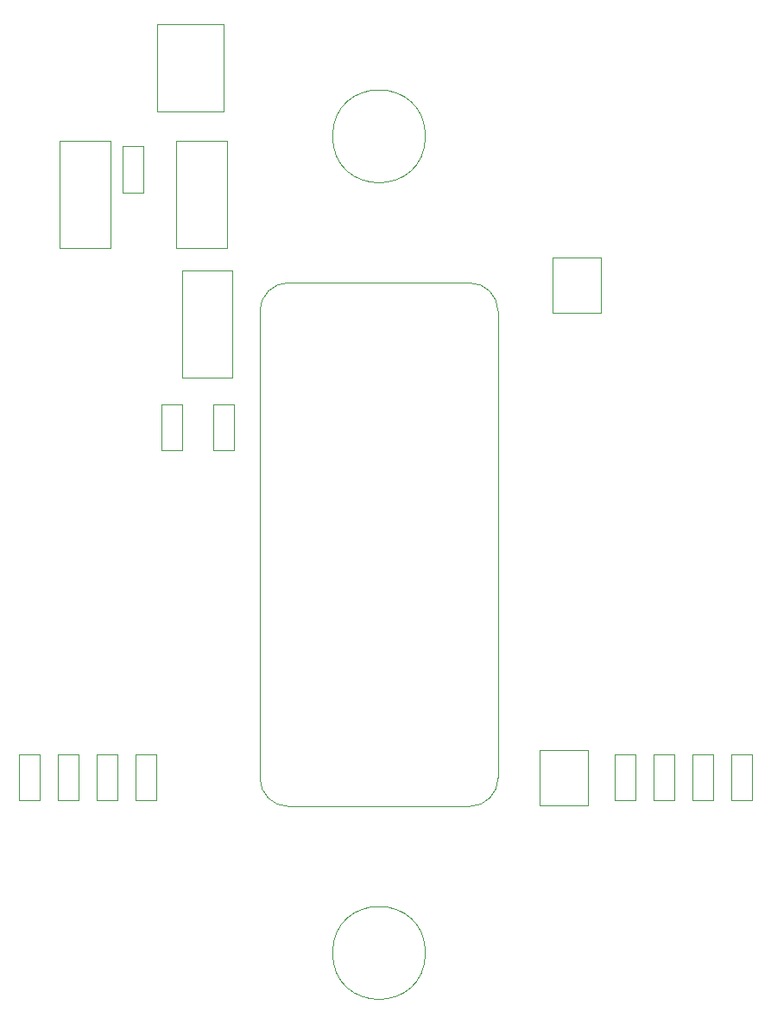
<source format=gbr>
%TF.GenerationSoftware,KiCad,Pcbnew,7.0.5*%
%TF.CreationDate,2023-06-12T13:55:42-04:00*%
%TF.ProjectId,Untitled,556e7469-746c-4656-942e-6b696361645f,rev?*%
%TF.SameCoordinates,Original*%
%TF.FileFunction,Other,User*%
%FSLAX46Y46*%
G04 Gerber Fmt 4.6, Leading zero omitted, Abs format (unit mm)*
G04 Created by KiCad (PCBNEW 7.0.5) date 2023-06-12 13:55:42*
%MOMM*%
%LPD*%
G01*
G04 APERTURE LIST*
%ADD10C,0.050000*%
G04 APERTURE END LIST*
D10*
%TO.C,R11*%
X62450000Y-68360000D02*
X64550000Y-68360000D01*
X64550000Y-68360000D02*
X64550000Y-63820000D01*
X62450000Y-63820000D02*
X62450000Y-68360000D01*
X64550000Y-63820000D02*
X62450000Y-63820000D01*
%TO.C,R13*%
X71340000Y-93650000D02*
X73440000Y-93650000D01*
X73440000Y-93650000D02*
X73440000Y-89110000D01*
X71340000Y-89110000D02*
X71340000Y-93650000D01*
X73440000Y-89110000D02*
X71340000Y-89110000D01*
%TO.C,R6*%
X120430000Y-123410000D02*
X118330000Y-123410000D01*
X118330000Y-123410000D02*
X118330000Y-127950000D01*
X120430000Y-127950000D02*
X120430000Y-123410000D01*
X118330000Y-127950000D02*
X120430000Y-127950000D01*
%TO.C,H2*%
X92180000Y-142875000D02*
G75*
G03*
X92180000Y-142875000I-4550000J0D01*
G01*
%TO.C,U7*%
X108140000Y-123000000D02*
X103400000Y-123000000D01*
X108140000Y-123000000D02*
X108140000Y-128460000D01*
X103400000Y-128460000D02*
X103400000Y-123000000D01*
X103400000Y-128460000D02*
X108140000Y-128460000D01*
%TO.C,U6*%
X73250000Y-76030000D02*
X68340000Y-76030000D01*
X68340000Y-76030000D02*
X68340000Y-86530000D01*
X73250000Y-86530000D02*
X73250000Y-76030000D01*
X68340000Y-86530000D02*
X73250000Y-86530000D01*
%TO.C,R5*%
X124240000Y-123410000D02*
X122140000Y-123410000D01*
X122140000Y-123410000D02*
X122140000Y-127950000D01*
X124240000Y-127950000D02*
X124240000Y-123410000D01*
X122140000Y-127950000D02*
X124240000Y-127950000D01*
%TO.C,R2*%
X62010000Y-123410000D02*
X59910000Y-123410000D01*
X59910000Y-123410000D02*
X59910000Y-127950000D01*
X62010000Y-127950000D02*
X62010000Y-123410000D01*
X59910000Y-127950000D02*
X62010000Y-127950000D01*
%TO.C,R3*%
X58200000Y-123410000D02*
X56100000Y-123410000D01*
X56100000Y-123410000D02*
X56100000Y-127950000D01*
X58200000Y-127950000D02*
X58200000Y-123410000D01*
X56100000Y-127950000D02*
X58200000Y-127950000D01*
%TO.C,Q1*%
X61320000Y-63330000D02*
X56320000Y-63330000D01*
X56320000Y-63330000D02*
X56320000Y-73830000D01*
X61320000Y-73830000D02*
X61320000Y-63330000D01*
X56320000Y-73830000D02*
X61320000Y-73830000D01*
%TO.C,A1*%
X75950000Y-125730000D02*
X75950000Y-80010000D01*
X96520000Y-77220000D02*
X78740000Y-77220000D01*
X96520000Y-128520000D02*
X78740000Y-128520000D01*
X99310000Y-125730000D02*
X99310000Y-80010000D01*
X78740000Y-77220000D02*
G75*
G03*
X75950000Y-80010000I0J-2790000D01*
G01*
X75950000Y-125730000D02*
G75*
G03*
X78740000Y-128520000I2790000J0D01*
G01*
X99310000Y-80010000D02*
G75*
G03*
X96520000Y-77220000I-2790000J0D01*
G01*
X96520000Y-128520000D02*
G75*
G03*
X99310000Y-125730000I0J2790000D01*
G01*
%TO.C,SW1*%
X72394000Y-51916000D02*
X65886000Y-51916000D01*
X65886000Y-51916000D02*
X65886000Y-60424000D01*
X72394000Y-60424000D02*
X72394000Y-51916000D01*
X65886000Y-60424000D02*
X72394000Y-60424000D01*
%TO.C,R4*%
X54390000Y-123410000D02*
X52290000Y-123410000D01*
X52290000Y-123410000D02*
X52290000Y-127950000D01*
X54390000Y-127950000D02*
X54390000Y-123410000D01*
X52290000Y-127950000D02*
X54390000Y-127950000D01*
%TO.C,Q2*%
X72750000Y-63330000D02*
X67750000Y-63330000D01*
X67750000Y-63330000D02*
X67750000Y-73830000D01*
X72750000Y-73830000D02*
X72750000Y-63330000D01*
X67750000Y-73830000D02*
X72750000Y-73830000D01*
%TO.C,R1*%
X65820000Y-123410000D02*
X63720000Y-123410000D01*
X63720000Y-123410000D02*
X63720000Y-127950000D01*
X65820000Y-127950000D02*
X65820000Y-123410000D01*
X63720000Y-127950000D02*
X65820000Y-127950000D01*
%TO.C,Q3*%
X109410000Y-74740000D02*
X104670000Y-74740000D01*
X109410000Y-74740000D02*
X109410000Y-80200000D01*
X104670000Y-80200000D02*
X104670000Y-74740000D01*
X104670000Y-80200000D02*
X109410000Y-80200000D01*
%TO.C,R7*%
X116620000Y-123410000D02*
X114520000Y-123410000D01*
X114520000Y-123410000D02*
X114520000Y-127950000D01*
X116620000Y-127950000D02*
X116620000Y-123410000D01*
X114520000Y-127950000D02*
X116620000Y-127950000D01*
%TO.C,R8*%
X112810000Y-123410000D02*
X110710000Y-123410000D01*
X110710000Y-123410000D02*
X110710000Y-127950000D01*
X112810000Y-127950000D02*
X112810000Y-123410000D01*
X110710000Y-127950000D02*
X112810000Y-127950000D01*
%TO.C,H1*%
X92180000Y-62865000D02*
G75*
G03*
X92180000Y-62865000I-4550000J0D01*
G01*
%TO.C,R12*%
X68360000Y-89120000D02*
X66260000Y-89120000D01*
X66260000Y-89120000D02*
X66260000Y-93660000D01*
X68360000Y-93660000D02*
X68360000Y-89120000D01*
X66260000Y-93660000D02*
X68360000Y-93660000D01*
%TD*%
M02*

</source>
